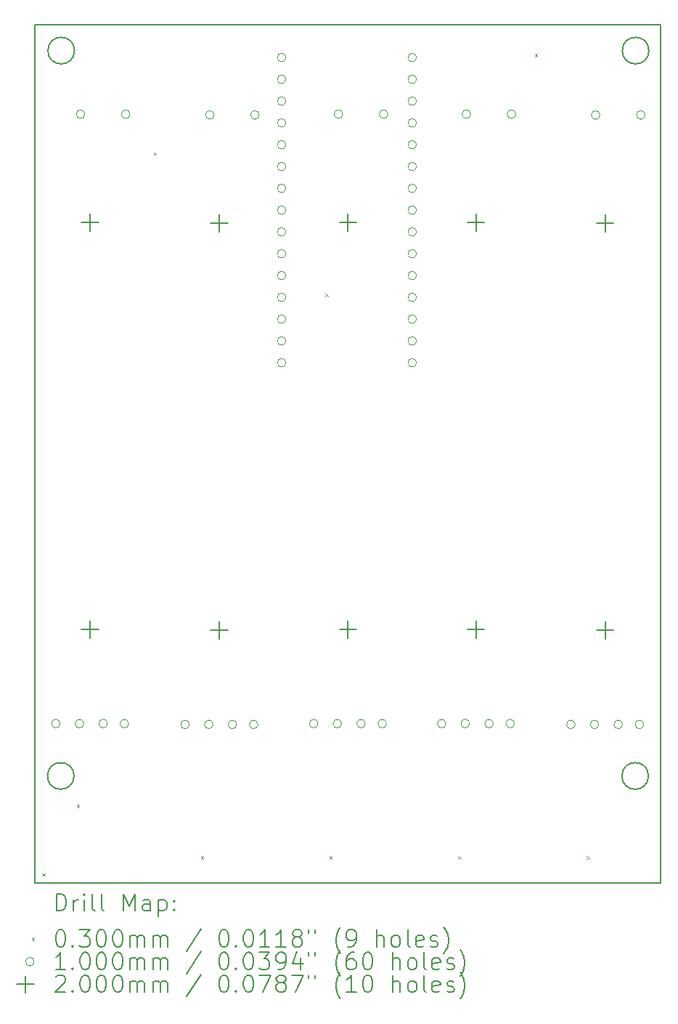
<source format=gbr>
%TF.GenerationSoftware,KiCad,Pcbnew,8.0.0*%
%TF.CreationDate,2024-07-15T16:58:46+02:00*%
%TF.ProjectId,Audio-Controller V2.1.kicad_pcb,41756469-6f2d-4436-9f6e-74726f6c6c65,rev?*%
%TF.SameCoordinates,Original*%
%TF.FileFunction,Drillmap*%
%TF.FilePolarity,Positive*%
%FSLAX45Y45*%
G04 Gerber Fmt 4.5, Leading zero omitted, Abs format (unit mm)*
G04 Created by KiCad (PCBNEW 8.0.0) date 2024-07-15 16:58:46*
%MOMM*%
%LPD*%
G01*
G04 APERTURE LIST*
%ADD10C,0.200000*%
%ADD11C,0.100000*%
G04 APERTURE END LIST*
D10*
X5255000Y-10400000D02*
G75*
G02*
X4945000Y-10400000I-155000J0D01*
G01*
X4945000Y-10400000D02*
G75*
G02*
X5255000Y-10400000I155000J0D01*
G01*
X5260000Y-1950000D02*
G75*
G02*
X4950000Y-1950000I-155000J0D01*
G01*
X4950000Y-1950000D02*
G75*
G02*
X5260000Y-1950000I155000J0D01*
G01*
X4800000Y-1650000D02*
X12100000Y-1650000D01*
X12100000Y-11650000D01*
X4800000Y-11650000D01*
X4800000Y-1650000D01*
X11955000Y-10400000D02*
G75*
G02*
X11645000Y-10400000I-155000J0D01*
G01*
X11645000Y-10400000D02*
G75*
G02*
X11955000Y-10400000I155000J0D01*
G01*
X11960000Y-1950000D02*
G75*
G02*
X11650000Y-1950000I-155000J0D01*
G01*
X11650000Y-1950000D02*
G75*
G02*
X11960000Y-1950000I155000J0D01*
G01*
D11*
X4885000Y-11535000D02*
X4915000Y-11565000D01*
X4915000Y-11535000D02*
X4885000Y-11565000D01*
X5285000Y-10735000D02*
X5315000Y-10765000D01*
X5315000Y-10735000D02*
X5285000Y-10765000D01*
X6185000Y-3135000D02*
X6215000Y-3165000D01*
X6215000Y-3135000D02*
X6185000Y-3165000D01*
X6735000Y-11335000D02*
X6765000Y-11365000D01*
X6765000Y-11335000D02*
X6735000Y-11365000D01*
X8185000Y-4785000D02*
X8215000Y-4815000D01*
X8215000Y-4785000D02*
X8185000Y-4815000D01*
X8235000Y-11335000D02*
X8265000Y-11365000D01*
X8265000Y-11335000D02*
X8235000Y-11365000D01*
X9735000Y-11335000D02*
X9765000Y-11365000D01*
X9765000Y-11335000D02*
X9735000Y-11365000D01*
X10629400Y-1990600D02*
X10659400Y-2020600D01*
X10659400Y-1990600D02*
X10629400Y-2020600D01*
X11235000Y-11335000D02*
X11265000Y-11365000D01*
X11265000Y-11335000D02*
X11235000Y-11365000D01*
X5092500Y-9790000D02*
G75*
G02*
X4992500Y-9790000I-50000J0D01*
G01*
X4992500Y-9790000D02*
G75*
G02*
X5092500Y-9790000I50000J0D01*
G01*
X5368700Y-9790000D02*
G75*
G02*
X5268700Y-9790000I-50000J0D01*
G01*
X5268700Y-9790000D02*
G75*
G02*
X5368700Y-9790000I50000J0D01*
G01*
X5381300Y-2690000D02*
G75*
G02*
X5281300Y-2690000I-50000J0D01*
G01*
X5281300Y-2690000D02*
G75*
G02*
X5381300Y-2690000I50000J0D01*
G01*
X5644900Y-9790000D02*
G75*
G02*
X5544900Y-9790000I-50000J0D01*
G01*
X5544900Y-9790000D02*
G75*
G02*
X5644900Y-9790000I50000J0D01*
G01*
X5892500Y-9790000D02*
G75*
G02*
X5792500Y-9790000I-50000J0D01*
G01*
X5792500Y-9790000D02*
G75*
G02*
X5892500Y-9790000I50000J0D01*
G01*
X5907500Y-2690000D02*
G75*
G02*
X5807500Y-2690000I-50000J0D01*
G01*
X5807500Y-2690000D02*
G75*
G02*
X5907500Y-2690000I50000J0D01*
G01*
X6600000Y-9800000D02*
G75*
G02*
X6500000Y-9800000I-50000J0D01*
G01*
X6500000Y-9800000D02*
G75*
G02*
X6600000Y-9800000I50000J0D01*
G01*
X6876200Y-9800000D02*
G75*
G02*
X6776200Y-9800000I-50000J0D01*
G01*
X6776200Y-9800000D02*
G75*
G02*
X6876200Y-9800000I50000J0D01*
G01*
X6888800Y-2700000D02*
G75*
G02*
X6788800Y-2700000I-50000J0D01*
G01*
X6788800Y-2700000D02*
G75*
G02*
X6888800Y-2700000I50000J0D01*
G01*
X7152400Y-9800000D02*
G75*
G02*
X7052400Y-9800000I-50000J0D01*
G01*
X7052400Y-9800000D02*
G75*
G02*
X7152400Y-9800000I50000J0D01*
G01*
X7400000Y-9800000D02*
G75*
G02*
X7300000Y-9800000I-50000J0D01*
G01*
X7300000Y-9800000D02*
G75*
G02*
X7400000Y-9800000I50000J0D01*
G01*
X7415000Y-2700000D02*
G75*
G02*
X7315000Y-2700000I-50000J0D01*
G01*
X7315000Y-2700000D02*
G75*
G02*
X7415000Y-2700000I50000J0D01*
G01*
X7726000Y-2030000D02*
G75*
G02*
X7626000Y-2030000I-50000J0D01*
G01*
X7626000Y-2030000D02*
G75*
G02*
X7726000Y-2030000I50000J0D01*
G01*
X7726000Y-2284000D02*
G75*
G02*
X7626000Y-2284000I-50000J0D01*
G01*
X7626000Y-2284000D02*
G75*
G02*
X7726000Y-2284000I50000J0D01*
G01*
X7726000Y-2538000D02*
G75*
G02*
X7626000Y-2538000I-50000J0D01*
G01*
X7626000Y-2538000D02*
G75*
G02*
X7726000Y-2538000I50000J0D01*
G01*
X7726000Y-2792000D02*
G75*
G02*
X7626000Y-2792000I-50000J0D01*
G01*
X7626000Y-2792000D02*
G75*
G02*
X7726000Y-2792000I50000J0D01*
G01*
X7726000Y-3046000D02*
G75*
G02*
X7626000Y-3046000I-50000J0D01*
G01*
X7626000Y-3046000D02*
G75*
G02*
X7726000Y-3046000I50000J0D01*
G01*
X7726000Y-3300000D02*
G75*
G02*
X7626000Y-3300000I-50000J0D01*
G01*
X7626000Y-3300000D02*
G75*
G02*
X7726000Y-3300000I50000J0D01*
G01*
X7726000Y-3554000D02*
G75*
G02*
X7626000Y-3554000I-50000J0D01*
G01*
X7626000Y-3554000D02*
G75*
G02*
X7726000Y-3554000I50000J0D01*
G01*
X7726000Y-3808000D02*
G75*
G02*
X7626000Y-3808000I-50000J0D01*
G01*
X7626000Y-3808000D02*
G75*
G02*
X7726000Y-3808000I50000J0D01*
G01*
X7726000Y-4062000D02*
G75*
G02*
X7626000Y-4062000I-50000J0D01*
G01*
X7626000Y-4062000D02*
G75*
G02*
X7726000Y-4062000I50000J0D01*
G01*
X7726000Y-4316000D02*
G75*
G02*
X7626000Y-4316000I-50000J0D01*
G01*
X7626000Y-4316000D02*
G75*
G02*
X7726000Y-4316000I50000J0D01*
G01*
X7726000Y-4570000D02*
G75*
G02*
X7626000Y-4570000I-50000J0D01*
G01*
X7626000Y-4570000D02*
G75*
G02*
X7726000Y-4570000I50000J0D01*
G01*
X7726000Y-4824000D02*
G75*
G02*
X7626000Y-4824000I-50000J0D01*
G01*
X7626000Y-4824000D02*
G75*
G02*
X7726000Y-4824000I50000J0D01*
G01*
X7726000Y-5078000D02*
G75*
G02*
X7626000Y-5078000I-50000J0D01*
G01*
X7626000Y-5078000D02*
G75*
G02*
X7726000Y-5078000I50000J0D01*
G01*
X7726000Y-5332000D02*
G75*
G02*
X7626000Y-5332000I-50000J0D01*
G01*
X7626000Y-5332000D02*
G75*
G02*
X7726000Y-5332000I50000J0D01*
G01*
X7726000Y-5586000D02*
G75*
G02*
X7626000Y-5586000I-50000J0D01*
G01*
X7626000Y-5586000D02*
G75*
G02*
X7726000Y-5586000I50000J0D01*
G01*
X8100000Y-9790000D02*
G75*
G02*
X8000000Y-9790000I-50000J0D01*
G01*
X8000000Y-9790000D02*
G75*
G02*
X8100000Y-9790000I50000J0D01*
G01*
X8376200Y-9790000D02*
G75*
G02*
X8276200Y-9790000I-50000J0D01*
G01*
X8276200Y-9790000D02*
G75*
G02*
X8376200Y-9790000I50000J0D01*
G01*
X8388800Y-2690000D02*
G75*
G02*
X8288800Y-2690000I-50000J0D01*
G01*
X8288800Y-2690000D02*
G75*
G02*
X8388800Y-2690000I50000J0D01*
G01*
X8652400Y-9790000D02*
G75*
G02*
X8552400Y-9790000I-50000J0D01*
G01*
X8552400Y-9790000D02*
G75*
G02*
X8652400Y-9790000I50000J0D01*
G01*
X8900000Y-9790000D02*
G75*
G02*
X8800000Y-9790000I-50000J0D01*
G01*
X8800000Y-9790000D02*
G75*
G02*
X8900000Y-9790000I50000J0D01*
G01*
X8915000Y-2690000D02*
G75*
G02*
X8815000Y-2690000I-50000J0D01*
G01*
X8815000Y-2690000D02*
G75*
G02*
X8915000Y-2690000I50000J0D01*
G01*
X9250000Y-2030000D02*
G75*
G02*
X9150000Y-2030000I-50000J0D01*
G01*
X9150000Y-2030000D02*
G75*
G02*
X9250000Y-2030000I50000J0D01*
G01*
X9250000Y-2284000D02*
G75*
G02*
X9150000Y-2284000I-50000J0D01*
G01*
X9150000Y-2284000D02*
G75*
G02*
X9250000Y-2284000I50000J0D01*
G01*
X9250000Y-2538000D02*
G75*
G02*
X9150000Y-2538000I-50000J0D01*
G01*
X9150000Y-2538000D02*
G75*
G02*
X9250000Y-2538000I50000J0D01*
G01*
X9250000Y-2792000D02*
G75*
G02*
X9150000Y-2792000I-50000J0D01*
G01*
X9150000Y-2792000D02*
G75*
G02*
X9250000Y-2792000I50000J0D01*
G01*
X9250000Y-3046000D02*
G75*
G02*
X9150000Y-3046000I-50000J0D01*
G01*
X9150000Y-3046000D02*
G75*
G02*
X9250000Y-3046000I50000J0D01*
G01*
X9250000Y-3300000D02*
G75*
G02*
X9150000Y-3300000I-50000J0D01*
G01*
X9150000Y-3300000D02*
G75*
G02*
X9250000Y-3300000I50000J0D01*
G01*
X9250000Y-3554000D02*
G75*
G02*
X9150000Y-3554000I-50000J0D01*
G01*
X9150000Y-3554000D02*
G75*
G02*
X9250000Y-3554000I50000J0D01*
G01*
X9250000Y-3808000D02*
G75*
G02*
X9150000Y-3808000I-50000J0D01*
G01*
X9150000Y-3808000D02*
G75*
G02*
X9250000Y-3808000I50000J0D01*
G01*
X9250000Y-4062000D02*
G75*
G02*
X9150000Y-4062000I-50000J0D01*
G01*
X9150000Y-4062000D02*
G75*
G02*
X9250000Y-4062000I50000J0D01*
G01*
X9250000Y-4316000D02*
G75*
G02*
X9150000Y-4316000I-50000J0D01*
G01*
X9150000Y-4316000D02*
G75*
G02*
X9250000Y-4316000I50000J0D01*
G01*
X9250000Y-4570000D02*
G75*
G02*
X9150000Y-4570000I-50000J0D01*
G01*
X9150000Y-4570000D02*
G75*
G02*
X9250000Y-4570000I50000J0D01*
G01*
X9250000Y-4824000D02*
G75*
G02*
X9150000Y-4824000I-50000J0D01*
G01*
X9150000Y-4824000D02*
G75*
G02*
X9250000Y-4824000I50000J0D01*
G01*
X9250000Y-5078000D02*
G75*
G02*
X9150000Y-5078000I-50000J0D01*
G01*
X9150000Y-5078000D02*
G75*
G02*
X9250000Y-5078000I50000J0D01*
G01*
X9250000Y-5332000D02*
G75*
G02*
X9150000Y-5332000I-50000J0D01*
G01*
X9150000Y-5332000D02*
G75*
G02*
X9250000Y-5332000I50000J0D01*
G01*
X9250000Y-5586000D02*
G75*
G02*
X9150000Y-5586000I-50000J0D01*
G01*
X9150000Y-5586000D02*
G75*
G02*
X9250000Y-5586000I50000J0D01*
G01*
X9592500Y-9790000D02*
G75*
G02*
X9492500Y-9790000I-50000J0D01*
G01*
X9492500Y-9790000D02*
G75*
G02*
X9592500Y-9790000I50000J0D01*
G01*
X9868700Y-9790000D02*
G75*
G02*
X9768700Y-9790000I-50000J0D01*
G01*
X9768700Y-9790000D02*
G75*
G02*
X9868700Y-9790000I50000J0D01*
G01*
X9881300Y-2690000D02*
G75*
G02*
X9781300Y-2690000I-50000J0D01*
G01*
X9781300Y-2690000D02*
G75*
G02*
X9881300Y-2690000I50000J0D01*
G01*
X10144900Y-9790000D02*
G75*
G02*
X10044900Y-9790000I-50000J0D01*
G01*
X10044900Y-9790000D02*
G75*
G02*
X10144900Y-9790000I50000J0D01*
G01*
X10392500Y-9790000D02*
G75*
G02*
X10292500Y-9790000I-50000J0D01*
G01*
X10292500Y-9790000D02*
G75*
G02*
X10392500Y-9790000I50000J0D01*
G01*
X10407500Y-2690000D02*
G75*
G02*
X10307500Y-2690000I-50000J0D01*
G01*
X10307500Y-2690000D02*
G75*
G02*
X10407500Y-2690000I50000J0D01*
G01*
X11100000Y-9800000D02*
G75*
G02*
X11000000Y-9800000I-50000J0D01*
G01*
X11000000Y-9800000D02*
G75*
G02*
X11100000Y-9800000I50000J0D01*
G01*
X11376200Y-9800000D02*
G75*
G02*
X11276200Y-9800000I-50000J0D01*
G01*
X11276200Y-9800000D02*
G75*
G02*
X11376200Y-9800000I50000J0D01*
G01*
X11388800Y-2700000D02*
G75*
G02*
X11288800Y-2700000I-50000J0D01*
G01*
X11288800Y-2700000D02*
G75*
G02*
X11388800Y-2700000I50000J0D01*
G01*
X11652400Y-9800000D02*
G75*
G02*
X11552400Y-9800000I-50000J0D01*
G01*
X11552400Y-9800000D02*
G75*
G02*
X11652400Y-9800000I50000J0D01*
G01*
X11900000Y-9800000D02*
G75*
G02*
X11800000Y-9800000I-50000J0D01*
G01*
X11800000Y-9800000D02*
G75*
G02*
X11900000Y-9800000I50000J0D01*
G01*
X11915000Y-2700000D02*
G75*
G02*
X11815000Y-2700000I-50000J0D01*
G01*
X11815000Y-2700000D02*
G75*
G02*
X11915000Y-2700000I50000J0D01*
G01*
D10*
X5442500Y-3850000D02*
X5442500Y-4050000D01*
X5342500Y-3950000D02*
X5542500Y-3950000D01*
X5442500Y-8590000D02*
X5442500Y-8790000D01*
X5342500Y-8690000D02*
X5542500Y-8690000D01*
X6950000Y-3860000D02*
X6950000Y-4060000D01*
X6850000Y-3960000D02*
X7050000Y-3960000D01*
X6950000Y-8600000D02*
X6950000Y-8800000D01*
X6850000Y-8700000D02*
X7050000Y-8700000D01*
X8450000Y-3850000D02*
X8450000Y-4050000D01*
X8350000Y-3950000D02*
X8550000Y-3950000D01*
X8450000Y-8590000D02*
X8450000Y-8790000D01*
X8350000Y-8690000D02*
X8550000Y-8690000D01*
X9942500Y-3850000D02*
X9942500Y-4050000D01*
X9842500Y-3950000D02*
X10042500Y-3950000D01*
X9942500Y-8590000D02*
X9942500Y-8790000D01*
X9842500Y-8690000D02*
X10042500Y-8690000D01*
X11450000Y-3860000D02*
X11450000Y-4060000D01*
X11350000Y-3960000D02*
X11550000Y-3960000D01*
X11450000Y-8600000D02*
X11450000Y-8800000D01*
X11350000Y-8700000D02*
X11550000Y-8700000D01*
X5050777Y-11971484D02*
X5050777Y-11771484D01*
X5050777Y-11771484D02*
X5098396Y-11771484D01*
X5098396Y-11771484D02*
X5126967Y-11781008D01*
X5126967Y-11781008D02*
X5146015Y-11800055D01*
X5146015Y-11800055D02*
X5155539Y-11819103D01*
X5155539Y-11819103D02*
X5165063Y-11857198D01*
X5165063Y-11857198D02*
X5165063Y-11885769D01*
X5165063Y-11885769D02*
X5155539Y-11923865D01*
X5155539Y-11923865D02*
X5146015Y-11942912D01*
X5146015Y-11942912D02*
X5126967Y-11961960D01*
X5126967Y-11961960D02*
X5098396Y-11971484D01*
X5098396Y-11971484D02*
X5050777Y-11971484D01*
X5250777Y-11971484D02*
X5250777Y-11838150D01*
X5250777Y-11876246D02*
X5260301Y-11857198D01*
X5260301Y-11857198D02*
X5269824Y-11847674D01*
X5269824Y-11847674D02*
X5288872Y-11838150D01*
X5288872Y-11838150D02*
X5307920Y-11838150D01*
X5374586Y-11971484D02*
X5374586Y-11838150D01*
X5374586Y-11771484D02*
X5365063Y-11781008D01*
X5365063Y-11781008D02*
X5374586Y-11790531D01*
X5374586Y-11790531D02*
X5384110Y-11781008D01*
X5384110Y-11781008D02*
X5374586Y-11771484D01*
X5374586Y-11771484D02*
X5374586Y-11790531D01*
X5498396Y-11971484D02*
X5479348Y-11961960D01*
X5479348Y-11961960D02*
X5469824Y-11942912D01*
X5469824Y-11942912D02*
X5469824Y-11771484D01*
X5603158Y-11971484D02*
X5584110Y-11961960D01*
X5584110Y-11961960D02*
X5574586Y-11942912D01*
X5574586Y-11942912D02*
X5574586Y-11771484D01*
X5831729Y-11971484D02*
X5831729Y-11771484D01*
X5831729Y-11771484D02*
X5898396Y-11914341D01*
X5898396Y-11914341D02*
X5965062Y-11771484D01*
X5965062Y-11771484D02*
X5965062Y-11971484D01*
X6146015Y-11971484D02*
X6146015Y-11866722D01*
X6146015Y-11866722D02*
X6136491Y-11847674D01*
X6136491Y-11847674D02*
X6117443Y-11838150D01*
X6117443Y-11838150D02*
X6079348Y-11838150D01*
X6079348Y-11838150D02*
X6060301Y-11847674D01*
X6146015Y-11961960D02*
X6126967Y-11971484D01*
X6126967Y-11971484D02*
X6079348Y-11971484D01*
X6079348Y-11971484D02*
X6060301Y-11961960D01*
X6060301Y-11961960D02*
X6050777Y-11942912D01*
X6050777Y-11942912D02*
X6050777Y-11923865D01*
X6050777Y-11923865D02*
X6060301Y-11904817D01*
X6060301Y-11904817D02*
X6079348Y-11895293D01*
X6079348Y-11895293D02*
X6126967Y-11895293D01*
X6126967Y-11895293D02*
X6146015Y-11885769D01*
X6241253Y-11838150D02*
X6241253Y-12038150D01*
X6241253Y-11847674D02*
X6260301Y-11838150D01*
X6260301Y-11838150D02*
X6298396Y-11838150D01*
X6298396Y-11838150D02*
X6317443Y-11847674D01*
X6317443Y-11847674D02*
X6326967Y-11857198D01*
X6326967Y-11857198D02*
X6336491Y-11876246D01*
X6336491Y-11876246D02*
X6336491Y-11933388D01*
X6336491Y-11933388D02*
X6326967Y-11952436D01*
X6326967Y-11952436D02*
X6317443Y-11961960D01*
X6317443Y-11961960D02*
X6298396Y-11971484D01*
X6298396Y-11971484D02*
X6260301Y-11971484D01*
X6260301Y-11971484D02*
X6241253Y-11961960D01*
X6422205Y-11952436D02*
X6431729Y-11961960D01*
X6431729Y-11961960D02*
X6422205Y-11971484D01*
X6422205Y-11971484D02*
X6412682Y-11961960D01*
X6412682Y-11961960D02*
X6422205Y-11952436D01*
X6422205Y-11952436D02*
X6422205Y-11971484D01*
X6422205Y-11847674D02*
X6431729Y-11857198D01*
X6431729Y-11857198D02*
X6422205Y-11866722D01*
X6422205Y-11866722D02*
X6412682Y-11857198D01*
X6412682Y-11857198D02*
X6422205Y-11847674D01*
X6422205Y-11847674D02*
X6422205Y-11866722D01*
D11*
X4760000Y-12285000D02*
X4790000Y-12315000D01*
X4790000Y-12285000D02*
X4760000Y-12315000D01*
D10*
X5088872Y-12191484D02*
X5107920Y-12191484D01*
X5107920Y-12191484D02*
X5126967Y-12201008D01*
X5126967Y-12201008D02*
X5136491Y-12210531D01*
X5136491Y-12210531D02*
X5146015Y-12229579D01*
X5146015Y-12229579D02*
X5155539Y-12267674D01*
X5155539Y-12267674D02*
X5155539Y-12315293D01*
X5155539Y-12315293D02*
X5146015Y-12353388D01*
X5146015Y-12353388D02*
X5136491Y-12372436D01*
X5136491Y-12372436D02*
X5126967Y-12381960D01*
X5126967Y-12381960D02*
X5107920Y-12391484D01*
X5107920Y-12391484D02*
X5088872Y-12391484D01*
X5088872Y-12391484D02*
X5069824Y-12381960D01*
X5069824Y-12381960D02*
X5060301Y-12372436D01*
X5060301Y-12372436D02*
X5050777Y-12353388D01*
X5050777Y-12353388D02*
X5041253Y-12315293D01*
X5041253Y-12315293D02*
X5041253Y-12267674D01*
X5041253Y-12267674D02*
X5050777Y-12229579D01*
X5050777Y-12229579D02*
X5060301Y-12210531D01*
X5060301Y-12210531D02*
X5069824Y-12201008D01*
X5069824Y-12201008D02*
X5088872Y-12191484D01*
X5241253Y-12372436D02*
X5250777Y-12381960D01*
X5250777Y-12381960D02*
X5241253Y-12391484D01*
X5241253Y-12391484D02*
X5231729Y-12381960D01*
X5231729Y-12381960D02*
X5241253Y-12372436D01*
X5241253Y-12372436D02*
X5241253Y-12391484D01*
X5317444Y-12191484D02*
X5441253Y-12191484D01*
X5441253Y-12191484D02*
X5374586Y-12267674D01*
X5374586Y-12267674D02*
X5403158Y-12267674D01*
X5403158Y-12267674D02*
X5422205Y-12277198D01*
X5422205Y-12277198D02*
X5431729Y-12286722D01*
X5431729Y-12286722D02*
X5441253Y-12305769D01*
X5441253Y-12305769D02*
X5441253Y-12353388D01*
X5441253Y-12353388D02*
X5431729Y-12372436D01*
X5431729Y-12372436D02*
X5422205Y-12381960D01*
X5422205Y-12381960D02*
X5403158Y-12391484D01*
X5403158Y-12391484D02*
X5346015Y-12391484D01*
X5346015Y-12391484D02*
X5326967Y-12381960D01*
X5326967Y-12381960D02*
X5317444Y-12372436D01*
X5565063Y-12191484D02*
X5584110Y-12191484D01*
X5584110Y-12191484D02*
X5603158Y-12201008D01*
X5603158Y-12201008D02*
X5612682Y-12210531D01*
X5612682Y-12210531D02*
X5622205Y-12229579D01*
X5622205Y-12229579D02*
X5631729Y-12267674D01*
X5631729Y-12267674D02*
X5631729Y-12315293D01*
X5631729Y-12315293D02*
X5622205Y-12353388D01*
X5622205Y-12353388D02*
X5612682Y-12372436D01*
X5612682Y-12372436D02*
X5603158Y-12381960D01*
X5603158Y-12381960D02*
X5584110Y-12391484D01*
X5584110Y-12391484D02*
X5565063Y-12391484D01*
X5565063Y-12391484D02*
X5546015Y-12381960D01*
X5546015Y-12381960D02*
X5536491Y-12372436D01*
X5536491Y-12372436D02*
X5526967Y-12353388D01*
X5526967Y-12353388D02*
X5517444Y-12315293D01*
X5517444Y-12315293D02*
X5517444Y-12267674D01*
X5517444Y-12267674D02*
X5526967Y-12229579D01*
X5526967Y-12229579D02*
X5536491Y-12210531D01*
X5536491Y-12210531D02*
X5546015Y-12201008D01*
X5546015Y-12201008D02*
X5565063Y-12191484D01*
X5755539Y-12191484D02*
X5774586Y-12191484D01*
X5774586Y-12191484D02*
X5793634Y-12201008D01*
X5793634Y-12201008D02*
X5803158Y-12210531D01*
X5803158Y-12210531D02*
X5812682Y-12229579D01*
X5812682Y-12229579D02*
X5822205Y-12267674D01*
X5822205Y-12267674D02*
X5822205Y-12315293D01*
X5822205Y-12315293D02*
X5812682Y-12353388D01*
X5812682Y-12353388D02*
X5803158Y-12372436D01*
X5803158Y-12372436D02*
X5793634Y-12381960D01*
X5793634Y-12381960D02*
X5774586Y-12391484D01*
X5774586Y-12391484D02*
X5755539Y-12391484D01*
X5755539Y-12391484D02*
X5736491Y-12381960D01*
X5736491Y-12381960D02*
X5726967Y-12372436D01*
X5726967Y-12372436D02*
X5717443Y-12353388D01*
X5717443Y-12353388D02*
X5707920Y-12315293D01*
X5707920Y-12315293D02*
X5707920Y-12267674D01*
X5707920Y-12267674D02*
X5717443Y-12229579D01*
X5717443Y-12229579D02*
X5726967Y-12210531D01*
X5726967Y-12210531D02*
X5736491Y-12201008D01*
X5736491Y-12201008D02*
X5755539Y-12191484D01*
X5907920Y-12391484D02*
X5907920Y-12258150D01*
X5907920Y-12277198D02*
X5917443Y-12267674D01*
X5917443Y-12267674D02*
X5936491Y-12258150D01*
X5936491Y-12258150D02*
X5965063Y-12258150D01*
X5965063Y-12258150D02*
X5984110Y-12267674D01*
X5984110Y-12267674D02*
X5993634Y-12286722D01*
X5993634Y-12286722D02*
X5993634Y-12391484D01*
X5993634Y-12286722D02*
X6003158Y-12267674D01*
X6003158Y-12267674D02*
X6022205Y-12258150D01*
X6022205Y-12258150D02*
X6050777Y-12258150D01*
X6050777Y-12258150D02*
X6069824Y-12267674D01*
X6069824Y-12267674D02*
X6079348Y-12286722D01*
X6079348Y-12286722D02*
X6079348Y-12391484D01*
X6174586Y-12391484D02*
X6174586Y-12258150D01*
X6174586Y-12277198D02*
X6184110Y-12267674D01*
X6184110Y-12267674D02*
X6203158Y-12258150D01*
X6203158Y-12258150D02*
X6231729Y-12258150D01*
X6231729Y-12258150D02*
X6250777Y-12267674D01*
X6250777Y-12267674D02*
X6260301Y-12286722D01*
X6260301Y-12286722D02*
X6260301Y-12391484D01*
X6260301Y-12286722D02*
X6269824Y-12267674D01*
X6269824Y-12267674D02*
X6288872Y-12258150D01*
X6288872Y-12258150D02*
X6317443Y-12258150D01*
X6317443Y-12258150D02*
X6336491Y-12267674D01*
X6336491Y-12267674D02*
X6346015Y-12286722D01*
X6346015Y-12286722D02*
X6346015Y-12391484D01*
X6736491Y-12181960D02*
X6565063Y-12439103D01*
X6993634Y-12191484D02*
X7012682Y-12191484D01*
X7012682Y-12191484D02*
X7031729Y-12201008D01*
X7031729Y-12201008D02*
X7041253Y-12210531D01*
X7041253Y-12210531D02*
X7050777Y-12229579D01*
X7050777Y-12229579D02*
X7060301Y-12267674D01*
X7060301Y-12267674D02*
X7060301Y-12315293D01*
X7060301Y-12315293D02*
X7050777Y-12353388D01*
X7050777Y-12353388D02*
X7041253Y-12372436D01*
X7041253Y-12372436D02*
X7031729Y-12381960D01*
X7031729Y-12381960D02*
X7012682Y-12391484D01*
X7012682Y-12391484D02*
X6993634Y-12391484D01*
X6993634Y-12391484D02*
X6974586Y-12381960D01*
X6974586Y-12381960D02*
X6965063Y-12372436D01*
X6965063Y-12372436D02*
X6955539Y-12353388D01*
X6955539Y-12353388D02*
X6946015Y-12315293D01*
X6946015Y-12315293D02*
X6946015Y-12267674D01*
X6946015Y-12267674D02*
X6955539Y-12229579D01*
X6955539Y-12229579D02*
X6965063Y-12210531D01*
X6965063Y-12210531D02*
X6974586Y-12201008D01*
X6974586Y-12201008D02*
X6993634Y-12191484D01*
X7146015Y-12372436D02*
X7155539Y-12381960D01*
X7155539Y-12381960D02*
X7146015Y-12391484D01*
X7146015Y-12391484D02*
X7136491Y-12381960D01*
X7136491Y-12381960D02*
X7146015Y-12372436D01*
X7146015Y-12372436D02*
X7146015Y-12391484D01*
X7279348Y-12191484D02*
X7298396Y-12191484D01*
X7298396Y-12191484D02*
X7317444Y-12201008D01*
X7317444Y-12201008D02*
X7326967Y-12210531D01*
X7326967Y-12210531D02*
X7336491Y-12229579D01*
X7336491Y-12229579D02*
X7346015Y-12267674D01*
X7346015Y-12267674D02*
X7346015Y-12315293D01*
X7346015Y-12315293D02*
X7336491Y-12353388D01*
X7336491Y-12353388D02*
X7326967Y-12372436D01*
X7326967Y-12372436D02*
X7317444Y-12381960D01*
X7317444Y-12381960D02*
X7298396Y-12391484D01*
X7298396Y-12391484D02*
X7279348Y-12391484D01*
X7279348Y-12391484D02*
X7260301Y-12381960D01*
X7260301Y-12381960D02*
X7250777Y-12372436D01*
X7250777Y-12372436D02*
X7241253Y-12353388D01*
X7241253Y-12353388D02*
X7231729Y-12315293D01*
X7231729Y-12315293D02*
X7231729Y-12267674D01*
X7231729Y-12267674D02*
X7241253Y-12229579D01*
X7241253Y-12229579D02*
X7250777Y-12210531D01*
X7250777Y-12210531D02*
X7260301Y-12201008D01*
X7260301Y-12201008D02*
X7279348Y-12191484D01*
X7536491Y-12391484D02*
X7422206Y-12391484D01*
X7479348Y-12391484D02*
X7479348Y-12191484D01*
X7479348Y-12191484D02*
X7460301Y-12220055D01*
X7460301Y-12220055D02*
X7441253Y-12239103D01*
X7441253Y-12239103D02*
X7422206Y-12248627D01*
X7726967Y-12391484D02*
X7612682Y-12391484D01*
X7669825Y-12391484D02*
X7669825Y-12191484D01*
X7669825Y-12191484D02*
X7650777Y-12220055D01*
X7650777Y-12220055D02*
X7631729Y-12239103D01*
X7631729Y-12239103D02*
X7612682Y-12248627D01*
X7841253Y-12277198D02*
X7822206Y-12267674D01*
X7822206Y-12267674D02*
X7812682Y-12258150D01*
X7812682Y-12258150D02*
X7803158Y-12239103D01*
X7803158Y-12239103D02*
X7803158Y-12229579D01*
X7803158Y-12229579D02*
X7812682Y-12210531D01*
X7812682Y-12210531D02*
X7822206Y-12201008D01*
X7822206Y-12201008D02*
X7841253Y-12191484D01*
X7841253Y-12191484D02*
X7879348Y-12191484D01*
X7879348Y-12191484D02*
X7898396Y-12201008D01*
X7898396Y-12201008D02*
X7907920Y-12210531D01*
X7907920Y-12210531D02*
X7917444Y-12229579D01*
X7917444Y-12229579D02*
X7917444Y-12239103D01*
X7917444Y-12239103D02*
X7907920Y-12258150D01*
X7907920Y-12258150D02*
X7898396Y-12267674D01*
X7898396Y-12267674D02*
X7879348Y-12277198D01*
X7879348Y-12277198D02*
X7841253Y-12277198D01*
X7841253Y-12277198D02*
X7822206Y-12286722D01*
X7822206Y-12286722D02*
X7812682Y-12296246D01*
X7812682Y-12296246D02*
X7803158Y-12315293D01*
X7803158Y-12315293D02*
X7803158Y-12353388D01*
X7803158Y-12353388D02*
X7812682Y-12372436D01*
X7812682Y-12372436D02*
X7822206Y-12381960D01*
X7822206Y-12381960D02*
X7841253Y-12391484D01*
X7841253Y-12391484D02*
X7879348Y-12391484D01*
X7879348Y-12391484D02*
X7898396Y-12381960D01*
X7898396Y-12381960D02*
X7907920Y-12372436D01*
X7907920Y-12372436D02*
X7917444Y-12353388D01*
X7917444Y-12353388D02*
X7917444Y-12315293D01*
X7917444Y-12315293D02*
X7907920Y-12296246D01*
X7907920Y-12296246D02*
X7898396Y-12286722D01*
X7898396Y-12286722D02*
X7879348Y-12277198D01*
X7993634Y-12191484D02*
X7993634Y-12229579D01*
X8069825Y-12191484D02*
X8069825Y-12229579D01*
X8365063Y-12467674D02*
X8355539Y-12458150D01*
X8355539Y-12458150D02*
X8336491Y-12429579D01*
X8336491Y-12429579D02*
X8326968Y-12410531D01*
X8326968Y-12410531D02*
X8317444Y-12381960D01*
X8317444Y-12381960D02*
X8307920Y-12334341D01*
X8307920Y-12334341D02*
X8307920Y-12296246D01*
X8307920Y-12296246D02*
X8317444Y-12248627D01*
X8317444Y-12248627D02*
X8326968Y-12220055D01*
X8326968Y-12220055D02*
X8336491Y-12201008D01*
X8336491Y-12201008D02*
X8355539Y-12172436D01*
X8355539Y-12172436D02*
X8365063Y-12162912D01*
X8450777Y-12391484D02*
X8488872Y-12391484D01*
X8488872Y-12391484D02*
X8507920Y-12381960D01*
X8507920Y-12381960D02*
X8517444Y-12372436D01*
X8517444Y-12372436D02*
X8536491Y-12343865D01*
X8536491Y-12343865D02*
X8546015Y-12305769D01*
X8546015Y-12305769D02*
X8546015Y-12229579D01*
X8546015Y-12229579D02*
X8536491Y-12210531D01*
X8536491Y-12210531D02*
X8526968Y-12201008D01*
X8526968Y-12201008D02*
X8507920Y-12191484D01*
X8507920Y-12191484D02*
X8469825Y-12191484D01*
X8469825Y-12191484D02*
X8450777Y-12201008D01*
X8450777Y-12201008D02*
X8441253Y-12210531D01*
X8441253Y-12210531D02*
X8431730Y-12229579D01*
X8431730Y-12229579D02*
X8431730Y-12277198D01*
X8431730Y-12277198D02*
X8441253Y-12296246D01*
X8441253Y-12296246D02*
X8450777Y-12305769D01*
X8450777Y-12305769D02*
X8469825Y-12315293D01*
X8469825Y-12315293D02*
X8507920Y-12315293D01*
X8507920Y-12315293D02*
X8526968Y-12305769D01*
X8526968Y-12305769D02*
X8536491Y-12296246D01*
X8536491Y-12296246D02*
X8546015Y-12277198D01*
X8784111Y-12391484D02*
X8784111Y-12191484D01*
X8869825Y-12391484D02*
X8869825Y-12286722D01*
X8869825Y-12286722D02*
X8860301Y-12267674D01*
X8860301Y-12267674D02*
X8841253Y-12258150D01*
X8841253Y-12258150D02*
X8812682Y-12258150D01*
X8812682Y-12258150D02*
X8793634Y-12267674D01*
X8793634Y-12267674D02*
X8784111Y-12277198D01*
X8993634Y-12391484D02*
X8974587Y-12381960D01*
X8974587Y-12381960D02*
X8965063Y-12372436D01*
X8965063Y-12372436D02*
X8955539Y-12353388D01*
X8955539Y-12353388D02*
X8955539Y-12296246D01*
X8955539Y-12296246D02*
X8965063Y-12277198D01*
X8965063Y-12277198D02*
X8974587Y-12267674D01*
X8974587Y-12267674D02*
X8993634Y-12258150D01*
X8993634Y-12258150D02*
X9022206Y-12258150D01*
X9022206Y-12258150D02*
X9041253Y-12267674D01*
X9041253Y-12267674D02*
X9050777Y-12277198D01*
X9050777Y-12277198D02*
X9060301Y-12296246D01*
X9060301Y-12296246D02*
X9060301Y-12353388D01*
X9060301Y-12353388D02*
X9050777Y-12372436D01*
X9050777Y-12372436D02*
X9041253Y-12381960D01*
X9041253Y-12381960D02*
X9022206Y-12391484D01*
X9022206Y-12391484D02*
X8993634Y-12391484D01*
X9174587Y-12391484D02*
X9155539Y-12381960D01*
X9155539Y-12381960D02*
X9146015Y-12362912D01*
X9146015Y-12362912D02*
X9146015Y-12191484D01*
X9326968Y-12381960D02*
X9307920Y-12391484D01*
X9307920Y-12391484D02*
X9269825Y-12391484D01*
X9269825Y-12391484D02*
X9250777Y-12381960D01*
X9250777Y-12381960D02*
X9241253Y-12362912D01*
X9241253Y-12362912D02*
X9241253Y-12286722D01*
X9241253Y-12286722D02*
X9250777Y-12267674D01*
X9250777Y-12267674D02*
X9269825Y-12258150D01*
X9269825Y-12258150D02*
X9307920Y-12258150D01*
X9307920Y-12258150D02*
X9326968Y-12267674D01*
X9326968Y-12267674D02*
X9336492Y-12286722D01*
X9336492Y-12286722D02*
X9336492Y-12305769D01*
X9336492Y-12305769D02*
X9241253Y-12324817D01*
X9412682Y-12381960D02*
X9431730Y-12391484D01*
X9431730Y-12391484D02*
X9469825Y-12391484D01*
X9469825Y-12391484D02*
X9488873Y-12381960D01*
X9488873Y-12381960D02*
X9498396Y-12362912D01*
X9498396Y-12362912D02*
X9498396Y-12353388D01*
X9498396Y-12353388D02*
X9488873Y-12334341D01*
X9488873Y-12334341D02*
X9469825Y-12324817D01*
X9469825Y-12324817D02*
X9441253Y-12324817D01*
X9441253Y-12324817D02*
X9422206Y-12315293D01*
X9422206Y-12315293D02*
X9412682Y-12296246D01*
X9412682Y-12296246D02*
X9412682Y-12286722D01*
X9412682Y-12286722D02*
X9422206Y-12267674D01*
X9422206Y-12267674D02*
X9441253Y-12258150D01*
X9441253Y-12258150D02*
X9469825Y-12258150D01*
X9469825Y-12258150D02*
X9488873Y-12267674D01*
X9565063Y-12467674D02*
X9574587Y-12458150D01*
X9574587Y-12458150D02*
X9593634Y-12429579D01*
X9593634Y-12429579D02*
X9603158Y-12410531D01*
X9603158Y-12410531D02*
X9612682Y-12381960D01*
X9612682Y-12381960D02*
X9622206Y-12334341D01*
X9622206Y-12334341D02*
X9622206Y-12296246D01*
X9622206Y-12296246D02*
X9612682Y-12248627D01*
X9612682Y-12248627D02*
X9603158Y-12220055D01*
X9603158Y-12220055D02*
X9593634Y-12201008D01*
X9593634Y-12201008D02*
X9574587Y-12172436D01*
X9574587Y-12172436D02*
X9565063Y-12162912D01*
D11*
X4790000Y-12564000D02*
G75*
G02*
X4690000Y-12564000I-50000J0D01*
G01*
X4690000Y-12564000D02*
G75*
G02*
X4790000Y-12564000I50000J0D01*
G01*
D10*
X5155539Y-12655484D02*
X5041253Y-12655484D01*
X5098396Y-12655484D02*
X5098396Y-12455484D01*
X5098396Y-12455484D02*
X5079348Y-12484055D01*
X5079348Y-12484055D02*
X5060301Y-12503103D01*
X5060301Y-12503103D02*
X5041253Y-12512627D01*
X5241253Y-12636436D02*
X5250777Y-12645960D01*
X5250777Y-12645960D02*
X5241253Y-12655484D01*
X5241253Y-12655484D02*
X5231729Y-12645960D01*
X5231729Y-12645960D02*
X5241253Y-12636436D01*
X5241253Y-12636436D02*
X5241253Y-12655484D01*
X5374586Y-12455484D02*
X5393634Y-12455484D01*
X5393634Y-12455484D02*
X5412682Y-12465008D01*
X5412682Y-12465008D02*
X5422205Y-12474531D01*
X5422205Y-12474531D02*
X5431729Y-12493579D01*
X5431729Y-12493579D02*
X5441253Y-12531674D01*
X5441253Y-12531674D02*
X5441253Y-12579293D01*
X5441253Y-12579293D02*
X5431729Y-12617388D01*
X5431729Y-12617388D02*
X5422205Y-12636436D01*
X5422205Y-12636436D02*
X5412682Y-12645960D01*
X5412682Y-12645960D02*
X5393634Y-12655484D01*
X5393634Y-12655484D02*
X5374586Y-12655484D01*
X5374586Y-12655484D02*
X5355539Y-12645960D01*
X5355539Y-12645960D02*
X5346015Y-12636436D01*
X5346015Y-12636436D02*
X5336491Y-12617388D01*
X5336491Y-12617388D02*
X5326967Y-12579293D01*
X5326967Y-12579293D02*
X5326967Y-12531674D01*
X5326967Y-12531674D02*
X5336491Y-12493579D01*
X5336491Y-12493579D02*
X5346015Y-12474531D01*
X5346015Y-12474531D02*
X5355539Y-12465008D01*
X5355539Y-12465008D02*
X5374586Y-12455484D01*
X5565063Y-12455484D02*
X5584110Y-12455484D01*
X5584110Y-12455484D02*
X5603158Y-12465008D01*
X5603158Y-12465008D02*
X5612682Y-12474531D01*
X5612682Y-12474531D02*
X5622205Y-12493579D01*
X5622205Y-12493579D02*
X5631729Y-12531674D01*
X5631729Y-12531674D02*
X5631729Y-12579293D01*
X5631729Y-12579293D02*
X5622205Y-12617388D01*
X5622205Y-12617388D02*
X5612682Y-12636436D01*
X5612682Y-12636436D02*
X5603158Y-12645960D01*
X5603158Y-12645960D02*
X5584110Y-12655484D01*
X5584110Y-12655484D02*
X5565063Y-12655484D01*
X5565063Y-12655484D02*
X5546015Y-12645960D01*
X5546015Y-12645960D02*
X5536491Y-12636436D01*
X5536491Y-12636436D02*
X5526967Y-12617388D01*
X5526967Y-12617388D02*
X5517444Y-12579293D01*
X5517444Y-12579293D02*
X5517444Y-12531674D01*
X5517444Y-12531674D02*
X5526967Y-12493579D01*
X5526967Y-12493579D02*
X5536491Y-12474531D01*
X5536491Y-12474531D02*
X5546015Y-12465008D01*
X5546015Y-12465008D02*
X5565063Y-12455484D01*
X5755539Y-12455484D02*
X5774586Y-12455484D01*
X5774586Y-12455484D02*
X5793634Y-12465008D01*
X5793634Y-12465008D02*
X5803158Y-12474531D01*
X5803158Y-12474531D02*
X5812682Y-12493579D01*
X5812682Y-12493579D02*
X5822205Y-12531674D01*
X5822205Y-12531674D02*
X5822205Y-12579293D01*
X5822205Y-12579293D02*
X5812682Y-12617388D01*
X5812682Y-12617388D02*
X5803158Y-12636436D01*
X5803158Y-12636436D02*
X5793634Y-12645960D01*
X5793634Y-12645960D02*
X5774586Y-12655484D01*
X5774586Y-12655484D02*
X5755539Y-12655484D01*
X5755539Y-12655484D02*
X5736491Y-12645960D01*
X5736491Y-12645960D02*
X5726967Y-12636436D01*
X5726967Y-12636436D02*
X5717443Y-12617388D01*
X5717443Y-12617388D02*
X5707920Y-12579293D01*
X5707920Y-12579293D02*
X5707920Y-12531674D01*
X5707920Y-12531674D02*
X5717443Y-12493579D01*
X5717443Y-12493579D02*
X5726967Y-12474531D01*
X5726967Y-12474531D02*
X5736491Y-12465008D01*
X5736491Y-12465008D02*
X5755539Y-12455484D01*
X5907920Y-12655484D02*
X5907920Y-12522150D01*
X5907920Y-12541198D02*
X5917443Y-12531674D01*
X5917443Y-12531674D02*
X5936491Y-12522150D01*
X5936491Y-12522150D02*
X5965063Y-12522150D01*
X5965063Y-12522150D02*
X5984110Y-12531674D01*
X5984110Y-12531674D02*
X5993634Y-12550722D01*
X5993634Y-12550722D02*
X5993634Y-12655484D01*
X5993634Y-12550722D02*
X6003158Y-12531674D01*
X6003158Y-12531674D02*
X6022205Y-12522150D01*
X6022205Y-12522150D02*
X6050777Y-12522150D01*
X6050777Y-12522150D02*
X6069824Y-12531674D01*
X6069824Y-12531674D02*
X6079348Y-12550722D01*
X6079348Y-12550722D02*
X6079348Y-12655484D01*
X6174586Y-12655484D02*
X6174586Y-12522150D01*
X6174586Y-12541198D02*
X6184110Y-12531674D01*
X6184110Y-12531674D02*
X6203158Y-12522150D01*
X6203158Y-12522150D02*
X6231729Y-12522150D01*
X6231729Y-12522150D02*
X6250777Y-12531674D01*
X6250777Y-12531674D02*
X6260301Y-12550722D01*
X6260301Y-12550722D02*
X6260301Y-12655484D01*
X6260301Y-12550722D02*
X6269824Y-12531674D01*
X6269824Y-12531674D02*
X6288872Y-12522150D01*
X6288872Y-12522150D02*
X6317443Y-12522150D01*
X6317443Y-12522150D02*
X6336491Y-12531674D01*
X6336491Y-12531674D02*
X6346015Y-12550722D01*
X6346015Y-12550722D02*
X6346015Y-12655484D01*
X6736491Y-12445960D02*
X6565063Y-12703103D01*
X6993634Y-12455484D02*
X7012682Y-12455484D01*
X7012682Y-12455484D02*
X7031729Y-12465008D01*
X7031729Y-12465008D02*
X7041253Y-12474531D01*
X7041253Y-12474531D02*
X7050777Y-12493579D01*
X7050777Y-12493579D02*
X7060301Y-12531674D01*
X7060301Y-12531674D02*
X7060301Y-12579293D01*
X7060301Y-12579293D02*
X7050777Y-12617388D01*
X7050777Y-12617388D02*
X7041253Y-12636436D01*
X7041253Y-12636436D02*
X7031729Y-12645960D01*
X7031729Y-12645960D02*
X7012682Y-12655484D01*
X7012682Y-12655484D02*
X6993634Y-12655484D01*
X6993634Y-12655484D02*
X6974586Y-12645960D01*
X6974586Y-12645960D02*
X6965063Y-12636436D01*
X6965063Y-12636436D02*
X6955539Y-12617388D01*
X6955539Y-12617388D02*
X6946015Y-12579293D01*
X6946015Y-12579293D02*
X6946015Y-12531674D01*
X6946015Y-12531674D02*
X6955539Y-12493579D01*
X6955539Y-12493579D02*
X6965063Y-12474531D01*
X6965063Y-12474531D02*
X6974586Y-12465008D01*
X6974586Y-12465008D02*
X6993634Y-12455484D01*
X7146015Y-12636436D02*
X7155539Y-12645960D01*
X7155539Y-12645960D02*
X7146015Y-12655484D01*
X7146015Y-12655484D02*
X7136491Y-12645960D01*
X7136491Y-12645960D02*
X7146015Y-12636436D01*
X7146015Y-12636436D02*
X7146015Y-12655484D01*
X7279348Y-12455484D02*
X7298396Y-12455484D01*
X7298396Y-12455484D02*
X7317444Y-12465008D01*
X7317444Y-12465008D02*
X7326967Y-12474531D01*
X7326967Y-12474531D02*
X7336491Y-12493579D01*
X7336491Y-12493579D02*
X7346015Y-12531674D01*
X7346015Y-12531674D02*
X7346015Y-12579293D01*
X7346015Y-12579293D02*
X7336491Y-12617388D01*
X7336491Y-12617388D02*
X7326967Y-12636436D01*
X7326967Y-12636436D02*
X7317444Y-12645960D01*
X7317444Y-12645960D02*
X7298396Y-12655484D01*
X7298396Y-12655484D02*
X7279348Y-12655484D01*
X7279348Y-12655484D02*
X7260301Y-12645960D01*
X7260301Y-12645960D02*
X7250777Y-12636436D01*
X7250777Y-12636436D02*
X7241253Y-12617388D01*
X7241253Y-12617388D02*
X7231729Y-12579293D01*
X7231729Y-12579293D02*
X7231729Y-12531674D01*
X7231729Y-12531674D02*
X7241253Y-12493579D01*
X7241253Y-12493579D02*
X7250777Y-12474531D01*
X7250777Y-12474531D02*
X7260301Y-12465008D01*
X7260301Y-12465008D02*
X7279348Y-12455484D01*
X7412682Y-12455484D02*
X7536491Y-12455484D01*
X7536491Y-12455484D02*
X7469825Y-12531674D01*
X7469825Y-12531674D02*
X7498396Y-12531674D01*
X7498396Y-12531674D02*
X7517444Y-12541198D01*
X7517444Y-12541198D02*
X7526967Y-12550722D01*
X7526967Y-12550722D02*
X7536491Y-12569769D01*
X7536491Y-12569769D02*
X7536491Y-12617388D01*
X7536491Y-12617388D02*
X7526967Y-12636436D01*
X7526967Y-12636436D02*
X7517444Y-12645960D01*
X7517444Y-12645960D02*
X7498396Y-12655484D01*
X7498396Y-12655484D02*
X7441253Y-12655484D01*
X7441253Y-12655484D02*
X7422206Y-12645960D01*
X7422206Y-12645960D02*
X7412682Y-12636436D01*
X7631729Y-12655484D02*
X7669825Y-12655484D01*
X7669825Y-12655484D02*
X7688872Y-12645960D01*
X7688872Y-12645960D02*
X7698396Y-12636436D01*
X7698396Y-12636436D02*
X7717444Y-12607865D01*
X7717444Y-12607865D02*
X7726967Y-12569769D01*
X7726967Y-12569769D02*
X7726967Y-12493579D01*
X7726967Y-12493579D02*
X7717444Y-12474531D01*
X7717444Y-12474531D02*
X7707920Y-12465008D01*
X7707920Y-12465008D02*
X7688872Y-12455484D01*
X7688872Y-12455484D02*
X7650777Y-12455484D01*
X7650777Y-12455484D02*
X7631729Y-12465008D01*
X7631729Y-12465008D02*
X7622206Y-12474531D01*
X7622206Y-12474531D02*
X7612682Y-12493579D01*
X7612682Y-12493579D02*
X7612682Y-12541198D01*
X7612682Y-12541198D02*
X7622206Y-12560246D01*
X7622206Y-12560246D02*
X7631729Y-12569769D01*
X7631729Y-12569769D02*
X7650777Y-12579293D01*
X7650777Y-12579293D02*
X7688872Y-12579293D01*
X7688872Y-12579293D02*
X7707920Y-12569769D01*
X7707920Y-12569769D02*
X7717444Y-12560246D01*
X7717444Y-12560246D02*
X7726967Y-12541198D01*
X7898396Y-12522150D02*
X7898396Y-12655484D01*
X7850777Y-12445960D02*
X7803158Y-12588817D01*
X7803158Y-12588817D02*
X7926967Y-12588817D01*
X7993634Y-12455484D02*
X7993634Y-12493579D01*
X8069825Y-12455484D02*
X8069825Y-12493579D01*
X8365063Y-12731674D02*
X8355539Y-12722150D01*
X8355539Y-12722150D02*
X8336491Y-12693579D01*
X8336491Y-12693579D02*
X8326968Y-12674531D01*
X8326968Y-12674531D02*
X8317444Y-12645960D01*
X8317444Y-12645960D02*
X8307920Y-12598341D01*
X8307920Y-12598341D02*
X8307920Y-12560246D01*
X8307920Y-12560246D02*
X8317444Y-12512627D01*
X8317444Y-12512627D02*
X8326968Y-12484055D01*
X8326968Y-12484055D02*
X8336491Y-12465008D01*
X8336491Y-12465008D02*
X8355539Y-12436436D01*
X8355539Y-12436436D02*
X8365063Y-12426912D01*
X8526968Y-12455484D02*
X8488872Y-12455484D01*
X8488872Y-12455484D02*
X8469825Y-12465008D01*
X8469825Y-12465008D02*
X8460301Y-12474531D01*
X8460301Y-12474531D02*
X8441253Y-12503103D01*
X8441253Y-12503103D02*
X8431730Y-12541198D01*
X8431730Y-12541198D02*
X8431730Y-12617388D01*
X8431730Y-12617388D02*
X8441253Y-12636436D01*
X8441253Y-12636436D02*
X8450777Y-12645960D01*
X8450777Y-12645960D02*
X8469825Y-12655484D01*
X8469825Y-12655484D02*
X8507920Y-12655484D01*
X8507920Y-12655484D02*
X8526968Y-12645960D01*
X8526968Y-12645960D02*
X8536491Y-12636436D01*
X8536491Y-12636436D02*
X8546015Y-12617388D01*
X8546015Y-12617388D02*
X8546015Y-12569769D01*
X8546015Y-12569769D02*
X8536491Y-12550722D01*
X8536491Y-12550722D02*
X8526968Y-12541198D01*
X8526968Y-12541198D02*
X8507920Y-12531674D01*
X8507920Y-12531674D02*
X8469825Y-12531674D01*
X8469825Y-12531674D02*
X8450777Y-12541198D01*
X8450777Y-12541198D02*
X8441253Y-12550722D01*
X8441253Y-12550722D02*
X8431730Y-12569769D01*
X8669825Y-12455484D02*
X8688872Y-12455484D01*
X8688872Y-12455484D02*
X8707920Y-12465008D01*
X8707920Y-12465008D02*
X8717444Y-12474531D01*
X8717444Y-12474531D02*
X8726968Y-12493579D01*
X8726968Y-12493579D02*
X8736491Y-12531674D01*
X8736491Y-12531674D02*
X8736491Y-12579293D01*
X8736491Y-12579293D02*
X8726968Y-12617388D01*
X8726968Y-12617388D02*
X8717444Y-12636436D01*
X8717444Y-12636436D02*
X8707920Y-12645960D01*
X8707920Y-12645960D02*
X8688872Y-12655484D01*
X8688872Y-12655484D02*
X8669825Y-12655484D01*
X8669825Y-12655484D02*
X8650777Y-12645960D01*
X8650777Y-12645960D02*
X8641253Y-12636436D01*
X8641253Y-12636436D02*
X8631730Y-12617388D01*
X8631730Y-12617388D02*
X8622206Y-12579293D01*
X8622206Y-12579293D02*
X8622206Y-12531674D01*
X8622206Y-12531674D02*
X8631730Y-12493579D01*
X8631730Y-12493579D02*
X8641253Y-12474531D01*
X8641253Y-12474531D02*
X8650777Y-12465008D01*
X8650777Y-12465008D02*
X8669825Y-12455484D01*
X8974587Y-12655484D02*
X8974587Y-12455484D01*
X9060301Y-12655484D02*
X9060301Y-12550722D01*
X9060301Y-12550722D02*
X9050777Y-12531674D01*
X9050777Y-12531674D02*
X9031730Y-12522150D01*
X9031730Y-12522150D02*
X9003158Y-12522150D01*
X9003158Y-12522150D02*
X8984111Y-12531674D01*
X8984111Y-12531674D02*
X8974587Y-12541198D01*
X9184111Y-12655484D02*
X9165063Y-12645960D01*
X9165063Y-12645960D02*
X9155539Y-12636436D01*
X9155539Y-12636436D02*
X9146015Y-12617388D01*
X9146015Y-12617388D02*
X9146015Y-12560246D01*
X9146015Y-12560246D02*
X9155539Y-12541198D01*
X9155539Y-12541198D02*
X9165063Y-12531674D01*
X9165063Y-12531674D02*
X9184111Y-12522150D01*
X9184111Y-12522150D02*
X9212682Y-12522150D01*
X9212682Y-12522150D02*
X9231730Y-12531674D01*
X9231730Y-12531674D02*
X9241253Y-12541198D01*
X9241253Y-12541198D02*
X9250777Y-12560246D01*
X9250777Y-12560246D02*
X9250777Y-12617388D01*
X9250777Y-12617388D02*
X9241253Y-12636436D01*
X9241253Y-12636436D02*
X9231730Y-12645960D01*
X9231730Y-12645960D02*
X9212682Y-12655484D01*
X9212682Y-12655484D02*
X9184111Y-12655484D01*
X9365063Y-12655484D02*
X9346015Y-12645960D01*
X9346015Y-12645960D02*
X9336492Y-12626912D01*
X9336492Y-12626912D02*
X9336492Y-12455484D01*
X9517444Y-12645960D02*
X9498396Y-12655484D01*
X9498396Y-12655484D02*
X9460301Y-12655484D01*
X9460301Y-12655484D02*
X9441253Y-12645960D01*
X9441253Y-12645960D02*
X9431730Y-12626912D01*
X9431730Y-12626912D02*
X9431730Y-12550722D01*
X9431730Y-12550722D02*
X9441253Y-12531674D01*
X9441253Y-12531674D02*
X9460301Y-12522150D01*
X9460301Y-12522150D02*
X9498396Y-12522150D01*
X9498396Y-12522150D02*
X9517444Y-12531674D01*
X9517444Y-12531674D02*
X9526968Y-12550722D01*
X9526968Y-12550722D02*
X9526968Y-12569769D01*
X9526968Y-12569769D02*
X9431730Y-12588817D01*
X9603158Y-12645960D02*
X9622206Y-12655484D01*
X9622206Y-12655484D02*
X9660301Y-12655484D01*
X9660301Y-12655484D02*
X9679349Y-12645960D01*
X9679349Y-12645960D02*
X9688873Y-12626912D01*
X9688873Y-12626912D02*
X9688873Y-12617388D01*
X9688873Y-12617388D02*
X9679349Y-12598341D01*
X9679349Y-12598341D02*
X9660301Y-12588817D01*
X9660301Y-12588817D02*
X9631730Y-12588817D01*
X9631730Y-12588817D02*
X9612682Y-12579293D01*
X9612682Y-12579293D02*
X9603158Y-12560246D01*
X9603158Y-12560246D02*
X9603158Y-12550722D01*
X9603158Y-12550722D02*
X9612682Y-12531674D01*
X9612682Y-12531674D02*
X9631730Y-12522150D01*
X9631730Y-12522150D02*
X9660301Y-12522150D01*
X9660301Y-12522150D02*
X9679349Y-12531674D01*
X9755539Y-12731674D02*
X9765063Y-12722150D01*
X9765063Y-12722150D02*
X9784111Y-12693579D01*
X9784111Y-12693579D02*
X9793634Y-12674531D01*
X9793634Y-12674531D02*
X9803158Y-12645960D01*
X9803158Y-12645960D02*
X9812682Y-12598341D01*
X9812682Y-12598341D02*
X9812682Y-12560246D01*
X9812682Y-12560246D02*
X9803158Y-12512627D01*
X9803158Y-12512627D02*
X9793634Y-12484055D01*
X9793634Y-12484055D02*
X9784111Y-12465008D01*
X9784111Y-12465008D02*
X9765063Y-12436436D01*
X9765063Y-12436436D02*
X9755539Y-12426912D01*
X4690000Y-12728000D02*
X4690000Y-12928000D01*
X4590000Y-12828000D02*
X4790000Y-12828000D01*
X5041253Y-12738531D02*
X5050777Y-12729008D01*
X5050777Y-12729008D02*
X5069824Y-12719484D01*
X5069824Y-12719484D02*
X5117444Y-12719484D01*
X5117444Y-12719484D02*
X5136491Y-12729008D01*
X5136491Y-12729008D02*
X5146015Y-12738531D01*
X5146015Y-12738531D02*
X5155539Y-12757579D01*
X5155539Y-12757579D02*
X5155539Y-12776627D01*
X5155539Y-12776627D02*
X5146015Y-12805198D01*
X5146015Y-12805198D02*
X5031729Y-12919484D01*
X5031729Y-12919484D02*
X5155539Y-12919484D01*
X5241253Y-12900436D02*
X5250777Y-12909960D01*
X5250777Y-12909960D02*
X5241253Y-12919484D01*
X5241253Y-12919484D02*
X5231729Y-12909960D01*
X5231729Y-12909960D02*
X5241253Y-12900436D01*
X5241253Y-12900436D02*
X5241253Y-12919484D01*
X5374586Y-12719484D02*
X5393634Y-12719484D01*
X5393634Y-12719484D02*
X5412682Y-12729008D01*
X5412682Y-12729008D02*
X5422205Y-12738531D01*
X5422205Y-12738531D02*
X5431729Y-12757579D01*
X5431729Y-12757579D02*
X5441253Y-12795674D01*
X5441253Y-12795674D02*
X5441253Y-12843293D01*
X5441253Y-12843293D02*
X5431729Y-12881388D01*
X5431729Y-12881388D02*
X5422205Y-12900436D01*
X5422205Y-12900436D02*
X5412682Y-12909960D01*
X5412682Y-12909960D02*
X5393634Y-12919484D01*
X5393634Y-12919484D02*
X5374586Y-12919484D01*
X5374586Y-12919484D02*
X5355539Y-12909960D01*
X5355539Y-12909960D02*
X5346015Y-12900436D01*
X5346015Y-12900436D02*
X5336491Y-12881388D01*
X5336491Y-12881388D02*
X5326967Y-12843293D01*
X5326967Y-12843293D02*
X5326967Y-12795674D01*
X5326967Y-12795674D02*
X5336491Y-12757579D01*
X5336491Y-12757579D02*
X5346015Y-12738531D01*
X5346015Y-12738531D02*
X5355539Y-12729008D01*
X5355539Y-12729008D02*
X5374586Y-12719484D01*
X5565063Y-12719484D02*
X5584110Y-12719484D01*
X5584110Y-12719484D02*
X5603158Y-12729008D01*
X5603158Y-12729008D02*
X5612682Y-12738531D01*
X5612682Y-12738531D02*
X5622205Y-12757579D01*
X5622205Y-12757579D02*
X5631729Y-12795674D01*
X5631729Y-12795674D02*
X5631729Y-12843293D01*
X5631729Y-12843293D02*
X5622205Y-12881388D01*
X5622205Y-12881388D02*
X5612682Y-12900436D01*
X5612682Y-12900436D02*
X5603158Y-12909960D01*
X5603158Y-12909960D02*
X5584110Y-12919484D01*
X5584110Y-12919484D02*
X5565063Y-12919484D01*
X5565063Y-12919484D02*
X5546015Y-12909960D01*
X5546015Y-12909960D02*
X5536491Y-12900436D01*
X5536491Y-12900436D02*
X5526967Y-12881388D01*
X5526967Y-12881388D02*
X5517444Y-12843293D01*
X5517444Y-12843293D02*
X5517444Y-12795674D01*
X5517444Y-12795674D02*
X5526967Y-12757579D01*
X5526967Y-12757579D02*
X5536491Y-12738531D01*
X5536491Y-12738531D02*
X5546015Y-12729008D01*
X5546015Y-12729008D02*
X5565063Y-12719484D01*
X5755539Y-12719484D02*
X5774586Y-12719484D01*
X5774586Y-12719484D02*
X5793634Y-12729008D01*
X5793634Y-12729008D02*
X5803158Y-12738531D01*
X5803158Y-12738531D02*
X5812682Y-12757579D01*
X5812682Y-12757579D02*
X5822205Y-12795674D01*
X5822205Y-12795674D02*
X5822205Y-12843293D01*
X5822205Y-12843293D02*
X5812682Y-12881388D01*
X5812682Y-12881388D02*
X5803158Y-12900436D01*
X5803158Y-12900436D02*
X5793634Y-12909960D01*
X5793634Y-12909960D02*
X5774586Y-12919484D01*
X5774586Y-12919484D02*
X5755539Y-12919484D01*
X5755539Y-12919484D02*
X5736491Y-12909960D01*
X5736491Y-12909960D02*
X5726967Y-12900436D01*
X5726967Y-12900436D02*
X5717443Y-12881388D01*
X5717443Y-12881388D02*
X5707920Y-12843293D01*
X5707920Y-12843293D02*
X5707920Y-12795674D01*
X5707920Y-12795674D02*
X5717443Y-12757579D01*
X5717443Y-12757579D02*
X5726967Y-12738531D01*
X5726967Y-12738531D02*
X5736491Y-12729008D01*
X5736491Y-12729008D02*
X5755539Y-12719484D01*
X5907920Y-12919484D02*
X5907920Y-12786150D01*
X5907920Y-12805198D02*
X5917443Y-12795674D01*
X5917443Y-12795674D02*
X5936491Y-12786150D01*
X5936491Y-12786150D02*
X5965063Y-12786150D01*
X5965063Y-12786150D02*
X5984110Y-12795674D01*
X5984110Y-12795674D02*
X5993634Y-12814722D01*
X5993634Y-12814722D02*
X5993634Y-12919484D01*
X5993634Y-12814722D02*
X6003158Y-12795674D01*
X6003158Y-12795674D02*
X6022205Y-12786150D01*
X6022205Y-12786150D02*
X6050777Y-12786150D01*
X6050777Y-12786150D02*
X6069824Y-12795674D01*
X6069824Y-12795674D02*
X6079348Y-12814722D01*
X6079348Y-12814722D02*
X6079348Y-12919484D01*
X6174586Y-12919484D02*
X6174586Y-12786150D01*
X6174586Y-12805198D02*
X6184110Y-12795674D01*
X6184110Y-12795674D02*
X6203158Y-12786150D01*
X6203158Y-12786150D02*
X6231729Y-12786150D01*
X6231729Y-12786150D02*
X6250777Y-12795674D01*
X6250777Y-12795674D02*
X6260301Y-12814722D01*
X6260301Y-12814722D02*
X6260301Y-12919484D01*
X6260301Y-12814722D02*
X6269824Y-12795674D01*
X6269824Y-12795674D02*
X6288872Y-12786150D01*
X6288872Y-12786150D02*
X6317443Y-12786150D01*
X6317443Y-12786150D02*
X6336491Y-12795674D01*
X6336491Y-12795674D02*
X6346015Y-12814722D01*
X6346015Y-12814722D02*
X6346015Y-12919484D01*
X6736491Y-12709960D02*
X6565063Y-12967103D01*
X6993634Y-12719484D02*
X7012682Y-12719484D01*
X7012682Y-12719484D02*
X7031729Y-12729008D01*
X7031729Y-12729008D02*
X7041253Y-12738531D01*
X7041253Y-12738531D02*
X7050777Y-12757579D01*
X7050777Y-12757579D02*
X7060301Y-12795674D01*
X7060301Y-12795674D02*
X7060301Y-12843293D01*
X7060301Y-12843293D02*
X7050777Y-12881388D01*
X7050777Y-12881388D02*
X7041253Y-12900436D01*
X7041253Y-12900436D02*
X7031729Y-12909960D01*
X7031729Y-12909960D02*
X7012682Y-12919484D01*
X7012682Y-12919484D02*
X6993634Y-12919484D01*
X6993634Y-12919484D02*
X6974586Y-12909960D01*
X6974586Y-12909960D02*
X6965063Y-12900436D01*
X6965063Y-12900436D02*
X6955539Y-12881388D01*
X6955539Y-12881388D02*
X6946015Y-12843293D01*
X6946015Y-12843293D02*
X6946015Y-12795674D01*
X6946015Y-12795674D02*
X6955539Y-12757579D01*
X6955539Y-12757579D02*
X6965063Y-12738531D01*
X6965063Y-12738531D02*
X6974586Y-12729008D01*
X6974586Y-12729008D02*
X6993634Y-12719484D01*
X7146015Y-12900436D02*
X7155539Y-12909960D01*
X7155539Y-12909960D02*
X7146015Y-12919484D01*
X7146015Y-12919484D02*
X7136491Y-12909960D01*
X7136491Y-12909960D02*
X7146015Y-12900436D01*
X7146015Y-12900436D02*
X7146015Y-12919484D01*
X7279348Y-12719484D02*
X7298396Y-12719484D01*
X7298396Y-12719484D02*
X7317444Y-12729008D01*
X7317444Y-12729008D02*
X7326967Y-12738531D01*
X7326967Y-12738531D02*
X7336491Y-12757579D01*
X7336491Y-12757579D02*
X7346015Y-12795674D01*
X7346015Y-12795674D02*
X7346015Y-12843293D01*
X7346015Y-12843293D02*
X7336491Y-12881388D01*
X7336491Y-12881388D02*
X7326967Y-12900436D01*
X7326967Y-12900436D02*
X7317444Y-12909960D01*
X7317444Y-12909960D02*
X7298396Y-12919484D01*
X7298396Y-12919484D02*
X7279348Y-12919484D01*
X7279348Y-12919484D02*
X7260301Y-12909960D01*
X7260301Y-12909960D02*
X7250777Y-12900436D01*
X7250777Y-12900436D02*
X7241253Y-12881388D01*
X7241253Y-12881388D02*
X7231729Y-12843293D01*
X7231729Y-12843293D02*
X7231729Y-12795674D01*
X7231729Y-12795674D02*
X7241253Y-12757579D01*
X7241253Y-12757579D02*
X7250777Y-12738531D01*
X7250777Y-12738531D02*
X7260301Y-12729008D01*
X7260301Y-12729008D02*
X7279348Y-12719484D01*
X7412682Y-12719484D02*
X7546015Y-12719484D01*
X7546015Y-12719484D02*
X7460301Y-12919484D01*
X7650777Y-12805198D02*
X7631729Y-12795674D01*
X7631729Y-12795674D02*
X7622206Y-12786150D01*
X7622206Y-12786150D02*
X7612682Y-12767103D01*
X7612682Y-12767103D02*
X7612682Y-12757579D01*
X7612682Y-12757579D02*
X7622206Y-12738531D01*
X7622206Y-12738531D02*
X7631729Y-12729008D01*
X7631729Y-12729008D02*
X7650777Y-12719484D01*
X7650777Y-12719484D02*
X7688872Y-12719484D01*
X7688872Y-12719484D02*
X7707920Y-12729008D01*
X7707920Y-12729008D02*
X7717444Y-12738531D01*
X7717444Y-12738531D02*
X7726967Y-12757579D01*
X7726967Y-12757579D02*
X7726967Y-12767103D01*
X7726967Y-12767103D02*
X7717444Y-12786150D01*
X7717444Y-12786150D02*
X7707920Y-12795674D01*
X7707920Y-12795674D02*
X7688872Y-12805198D01*
X7688872Y-12805198D02*
X7650777Y-12805198D01*
X7650777Y-12805198D02*
X7631729Y-12814722D01*
X7631729Y-12814722D02*
X7622206Y-12824246D01*
X7622206Y-12824246D02*
X7612682Y-12843293D01*
X7612682Y-12843293D02*
X7612682Y-12881388D01*
X7612682Y-12881388D02*
X7622206Y-12900436D01*
X7622206Y-12900436D02*
X7631729Y-12909960D01*
X7631729Y-12909960D02*
X7650777Y-12919484D01*
X7650777Y-12919484D02*
X7688872Y-12919484D01*
X7688872Y-12919484D02*
X7707920Y-12909960D01*
X7707920Y-12909960D02*
X7717444Y-12900436D01*
X7717444Y-12900436D02*
X7726967Y-12881388D01*
X7726967Y-12881388D02*
X7726967Y-12843293D01*
X7726967Y-12843293D02*
X7717444Y-12824246D01*
X7717444Y-12824246D02*
X7707920Y-12814722D01*
X7707920Y-12814722D02*
X7688872Y-12805198D01*
X7793634Y-12719484D02*
X7926967Y-12719484D01*
X7926967Y-12719484D02*
X7841253Y-12919484D01*
X7993634Y-12719484D02*
X7993634Y-12757579D01*
X8069825Y-12719484D02*
X8069825Y-12757579D01*
X8365063Y-12995674D02*
X8355539Y-12986150D01*
X8355539Y-12986150D02*
X8336491Y-12957579D01*
X8336491Y-12957579D02*
X8326968Y-12938531D01*
X8326968Y-12938531D02*
X8317444Y-12909960D01*
X8317444Y-12909960D02*
X8307920Y-12862341D01*
X8307920Y-12862341D02*
X8307920Y-12824246D01*
X8307920Y-12824246D02*
X8317444Y-12776627D01*
X8317444Y-12776627D02*
X8326968Y-12748055D01*
X8326968Y-12748055D02*
X8336491Y-12729008D01*
X8336491Y-12729008D02*
X8355539Y-12700436D01*
X8355539Y-12700436D02*
X8365063Y-12690912D01*
X8546015Y-12919484D02*
X8431730Y-12919484D01*
X8488872Y-12919484D02*
X8488872Y-12719484D01*
X8488872Y-12719484D02*
X8469825Y-12748055D01*
X8469825Y-12748055D02*
X8450777Y-12767103D01*
X8450777Y-12767103D02*
X8431730Y-12776627D01*
X8669825Y-12719484D02*
X8688872Y-12719484D01*
X8688872Y-12719484D02*
X8707920Y-12729008D01*
X8707920Y-12729008D02*
X8717444Y-12738531D01*
X8717444Y-12738531D02*
X8726968Y-12757579D01*
X8726968Y-12757579D02*
X8736491Y-12795674D01*
X8736491Y-12795674D02*
X8736491Y-12843293D01*
X8736491Y-12843293D02*
X8726968Y-12881388D01*
X8726968Y-12881388D02*
X8717444Y-12900436D01*
X8717444Y-12900436D02*
X8707920Y-12909960D01*
X8707920Y-12909960D02*
X8688872Y-12919484D01*
X8688872Y-12919484D02*
X8669825Y-12919484D01*
X8669825Y-12919484D02*
X8650777Y-12909960D01*
X8650777Y-12909960D02*
X8641253Y-12900436D01*
X8641253Y-12900436D02*
X8631730Y-12881388D01*
X8631730Y-12881388D02*
X8622206Y-12843293D01*
X8622206Y-12843293D02*
X8622206Y-12795674D01*
X8622206Y-12795674D02*
X8631730Y-12757579D01*
X8631730Y-12757579D02*
X8641253Y-12738531D01*
X8641253Y-12738531D02*
X8650777Y-12729008D01*
X8650777Y-12729008D02*
X8669825Y-12719484D01*
X8974587Y-12919484D02*
X8974587Y-12719484D01*
X9060301Y-12919484D02*
X9060301Y-12814722D01*
X9060301Y-12814722D02*
X9050777Y-12795674D01*
X9050777Y-12795674D02*
X9031730Y-12786150D01*
X9031730Y-12786150D02*
X9003158Y-12786150D01*
X9003158Y-12786150D02*
X8984111Y-12795674D01*
X8984111Y-12795674D02*
X8974587Y-12805198D01*
X9184111Y-12919484D02*
X9165063Y-12909960D01*
X9165063Y-12909960D02*
X9155539Y-12900436D01*
X9155539Y-12900436D02*
X9146015Y-12881388D01*
X9146015Y-12881388D02*
X9146015Y-12824246D01*
X9146015Y-12824246D02*
X9155539Y-12805198D01*
X9155539Y-12805198D02*
X9165063Y-12795674D01*
X9165063Y-12795674D02*
X9184111Y-12786150D01*
X9184111Y-12786150D02*
X9212682Y-12786150D01*
X9212682Y-12786150D02*
X9231730Y-12795674D01*
X9231730Y-12795674D02*
X9241253Y-12805198D01*
X9241253Y-12805198D02*
X9250777Y-12824246D01*
X9250777Y-12824246D02*
X9250777Y-12881388D01*
X9250777Y-12881388D02*
X9241253Y-12900436D01*
X9241253Y-12900436D02*
X9231730Y-12909960D01*
X9231730Y-12909960D02*
X9212682Y-12919484D01*
X9212682Y-12919484D02*
X9184111Y-12919484D01*
X9365063Y-12919484D02*
X9346015Y-12909960D01*
X9346015Y-12909960D02*
X9336492Y-12890912D01*
X9336492Y-12890912D02*
X9336492Y-12719484D01*
X9517444Y-12909960D02*
X9498396Y-12919484D01*
X9498396Y-12919484D02*
X9460301Y-12919484D01*
X9460301Y-12919484D02*
X9441253Y-12909960D01*
X9441253Y-12909960D02*
X9431730Y-12890912D01*
X9431730Y-12890912D02*
X9431730Y-12814722D01*
X9431730Y-12814722D02*
X9441253Y-12795674D01*
X9441253Y-12795674D02*
X9460301Y-12786150D01*
X9460301Y-12786150D02*
X9498396Y-12786150D01*
X9498396Y-12786150D02*
X9517444Y-12795674D01*
X9517444Y-12795674D02*
X9526968Y-12814722D01*
X9526968Y-12814722D02*
X9526968Y-12833769D01*
X9526968Y-12833769D02*
X9431730Y-12852817D01*
X9603158Y-12909960D02*
X9622206Y-12919484D01*
X9622206Y-12919484D02*
X9660301Y-12919484D01*
X9660301Y-12919484D02*
X9679349Y-12909960D01*
X9679349Y-12909960D02*
X9688873Y-12890912D01*
X9688873Y-12890912D02*
X9688873Y-12881388D01*
X9688873Y-12881388D02*
X9679349Y-12862341D01*
X9679349Y-12862341D02*
X9660301Y-12852817D01*
X9660301Y-12852817D02*
X9631730Y-12852817D01*
X9631730Y-12852817D02*
X9612682Y-12843293D01*
X9612682Y-12843293D02*
X9603158Y-12824246D01*
X9603158Y-12824246D02*
X9603158Y-12814722D01*
X9603158Y-12814722D02*
X9612682Y-12795674D01*
X9612682Y-12795674D02*
X9631730Y-12786150D01*
X9631730Y-12786150D02*
X9660301Y-12786150D01*
X9660301Y-12786150D02*
X9679349Y-12795674D01*
X9755539Y-12995674D02*
X9765063Y-12986150D01*
X9765063Y-12986150D02*
X9784111Y-12957579D01*
X9784111Y-12957579D02*
X9793634Y-12938531D01*
X9793634Y-12938531D02*
X9803158Y-12909960D01*
X9803158Y-12909960D02*
X9812682Y-12862341D01*
X9812682Y-12862341D02*
X9812682Y-12824246D01*
X9812682Y-12824246D02*
X9803158Y-12776627D01*
X9803158Y-12776627D02*
X9793634Y-12748055D01*
X9793634Y-12748055D02*
X9784111Y-12729008D01*
X9784111Y-12729008D02*
X9765063Y-12700436D01*
X9765063Y-12700436D02*
X9755539Y-12690912D01*
M02*

</source>
